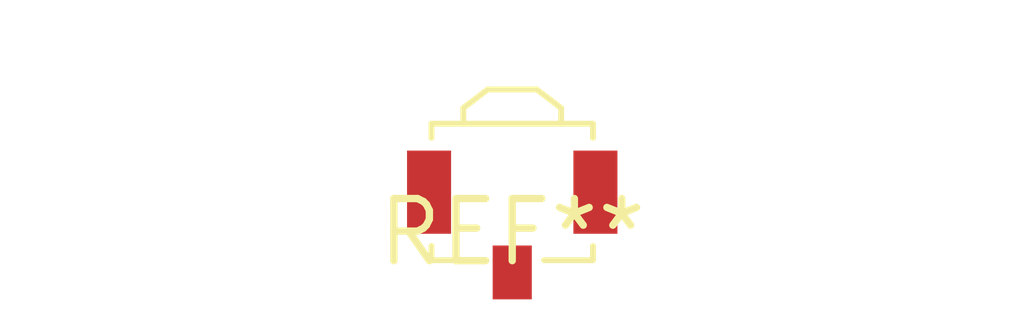
<source format=kicad_pcb>
(kicad_pcb (version 20240108) (generator pcbnew)
  (layers (0 "F.Cu" signal) (31 "B.Cu" signal) (34 "B.Paste" user) (35 "F.Paste" user) (36 "B.SilkS" user "B.Silkscreen") (37 "F.SilkS" user "F.Silkscreen") (38 "B.Mask" user) (39 "F.Mask" user) (44 "Edge.Cuts" user))
  (net 0 "")
  (footprint "SW_SPST_B3U-3100P" (layer "F.Cu") (at 0 0)
    (property "Reference" "REF**")
    (property "Value" "SW_SPST_B3U-3100P")
    (fp_line (start -1.65 -2.22) (end 1.65 -2.22) (layer "F.SilkS") (stroke (width 0.12)))
    (fp_line (start -1.65 -1.93) (end -1.65 -2.22) (layer "F.SilkS") (stroke (width 0.12)))
    (fp_line (start -1.65 0.28) (end -1.65 0.57) (layer "F.SilkS") (stroke (width 0.12)))
    (fp_line (start -1.65 0.57) (end -0.65 0.57) (layer "F.SilkS") (stroke (width 0.12)))
    (fp_line (start -1 -2.54) (end -1 -2.22) (layer "F.SilkS") (stroke (width 0.12)))
    (fp_line (start -0.5 -2.92) (end -1 -2.54) (layer "F.SilkS") (stroke (width 0.12)))
    (fp_line (start -0.5 -2.92) (end 0.5 -2.92) (layer "F.SilkS") (stroke (width 0.12)))
    (fp_line (start 0.5 -2.92) (end 1 -2.54) (layer "F.SilkS") (stroke (width 0.12)))
    (fp_line (start 1 -2.54) (end 1 -2.22) (layer "F.SilkS") (stroke (width 0.12)))
    (fp_line (start 1.65 -2.22) (end 1.65 -1.93) (layer "F.SilkS") (stroke (width 0.12)))
    (fp_line (start 1.65 0.57) (end 0.65 0.57) (layer "F.SilkS") (stroke (width 0.12)))
    (fp_line (start 1.65 0.57) (end 1.65 0.28) (layer "F.SilkS") (stroke (width 0.12)))
    (pad "1" smd rect (at -1.7 -0.82) (size 0.9 1.7) (layers "F.Cu" "F.Paste" "F.Mask"))
    (pad "2" smd rect (at 1.7 -0.82) (size 0.9 1.7) (layers "F.Cu" "F.Paste" "F.Mask"))
    (pad "3" smd rect (at 0 0.82) (size 0.8 1.1) (layers "F.Cu" "F.Paste" "F.Mask"))
  )
)
</source>
